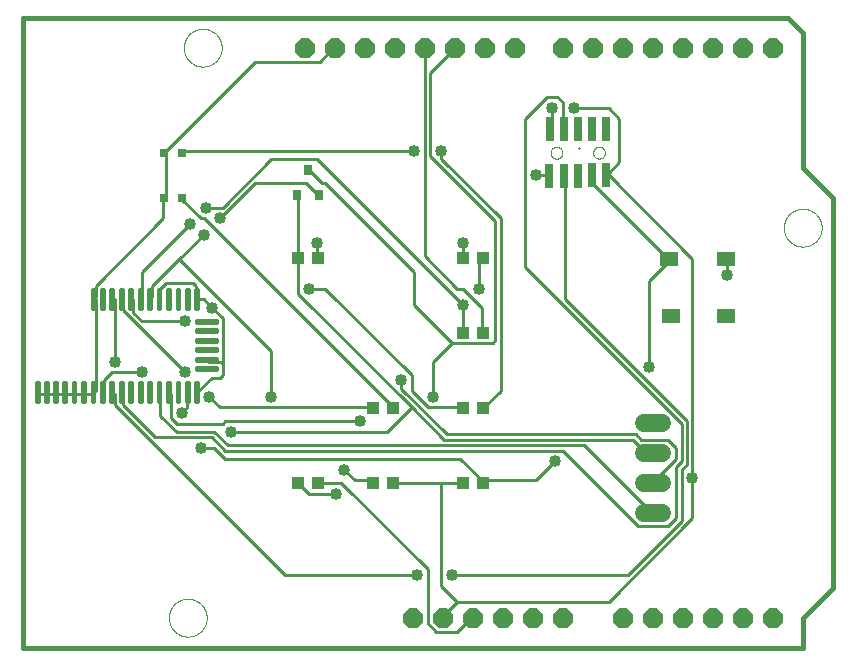
<source format=gtl>
G75*
%MOIN*%
%OFA0B0*%
%FSLAX25Y25*%
%IPPOS*%
%LPD*%
%AMOC8*
5,1,8,0,0,1.08239X$1,22.5*
%
%ADD10C,0.01600*%
%ADD11R,0.03150X0.03543*%
%ADD12R,0.04331X0.03937*%
%ADD13R,0.03150X0.03150*%
%ADD14R,0.02500X0.08000*%
%ADD15C,0.00000*%
%ADD16R,0.06102X0.04724*%
%ADD17C,0.01378*%
%ADD18OC8,0.06600*%
%ADD19C,0.06000*%
%ADD20C,0.01000*%
%ADD21C,0.04000*%
D10*
X0027000Y0005737D02*
X0027000Y0215737D01*
X0282000Y0215737D01*
X0287000Y0210737D01*
X0287000Y0165737D01*
X0297000Y0155737D01*
X0297000Y0025737D01*
X0287000Y0015737D01*
X0287000Y0005737D01*
X0027000Y0005737D01*
D11*
X0118260Y0156800D03*
X0125740Y0156800D03*
X0122000Y0165068D03*
D12*
X0118654Y0135737D03*
X0125346Y0135737D03*
X0173654Y0135737D03*
X0180346Y0135737D03*
X0180346Y0110737D03*
X0173654Y0110737D03*
X0173654Y0085737D03*
X0180346Y0085737D03*
X0150346Y0085737D03*
X0143654Y0085737D03*
X0143654Y0060737D03*
X0150346Y0060737D03*
X0173654Y0060737D03*
X0180346Y0060737D03*
X0125346Y0060737D03*
X0118654Y0060737D03*
D13*
X0079953Y0155737D03*
X0074047Y0155737D03*
X0074047Y0170737D03*
X0079953Y0170737D03*
D14*
X0202551Y0163060D03*
X0207276Y0163060D03*
X0212000Y0163060D03*
X0216724Y0163257D03*
X0221449Y0163257D03*
X0221449Y0178611D03*
X0216724Y0178611D03*
X0212000Y0178611D03*
X0207276Y0178611D03*
X0202748Y0178611D03*
D15*
X0027000Y0215737D02*
X0027000Y0005737D01*
X0287000Y0005737D01*
X0287000Y0015737D01*
X0297000Y0025737D01*
X0297000Y0154737D01*
X0287000Y0164737D01*
X0287000Y0209737D01*
X0281000Y0215737D01*
X0027000Y0215737D01*
X0080701Y0205737D02*
X0080703Y0205895D01*
X0080709Y0206053D01*
X0080719Y0206211D01*
X0080733Y0206369D01*
X0080751Y0206526D01*
X0080772Y0206683D01*
X0080798Y0206839D01*
X0080828Y0206995D01*
X0080861Y0207150D01*
X0080899Y0207303D01*
X0080940Y0207456D01*
X0080985Y0207608D01*
X0081034Y0207759D01*
X0081087Y0207908D01*
X0081143Y0208056D01*
X0081203Y0208202D01*
X0081267Y0208347D01*
X0081335Y0208490D01*
X0081406Y0208632D01*
X0081480Y0208772D01*
X0081558Y0208909D01*
X0081640Y0209045D01*
X0081724Y0209179D01*
X0081813Y0209310D01*
X0081904Y0209439D01*
X0081999Y0209566D01*
X0082096Y0209691D01*
X0082197Y0209813D01*
X0082301Y0209932D01*
X0082408Y0210049D01*
X0082518Y0210163D01*
X0082631Y0210274D01*
X0082746Y0210383D01*
X0082864Y0210488D01*
X0082985Y0210590D01*
X0083108Y0210690D01*
X0083234Y0210786D01*
X0083362Y0210879D01*
X0083492Y0210969D01*
X0083625Y0211055D01*
X0083760Y0211139D01*
X0083896Y0211218D01*
X0084035Y0211295D01*
X0084176Y0211367D01*
X0084318Y0211437D01*
X0084462Y0211502D01*
X0084608Y0211564D01*
X0084755Y0211622D01*
X0084904Y0211677D01*
X0085054Y0211728D01*
X0085205Y0211775D01*
X0085357Y0211818D01*
X0085510Y0211857D01*
X0085665Y0211893D01*
X0085820Y0211924D01*
X0085976Y0211952D01*
X0086132Y0211976D01*
X0086289Y0211996D01*
X0086447Y0212012D01*
X0086604Y0212024D01*
X0086763Y0212032D01*
X0086921Y0212036D01*
X0087079Y0212036D01*
X0087237Y0212032D01*
X0087396Y0212024D01*
X0087553Y0212012D01*
X0087711Y0211996D01*
X0087868Y0211976D01*
X0088024Y0211952D01*
X0088180Y0211924D01*
X0088335Y0211893D01*
X0088490Y0211857D01*
X0088643Y0211818D01*
X0088795Y0211775D01*
X0088946Y0211728D01*
X0089096Y0211677D01*
X0089245Y0211622D01*
X0089392Y0211564D01*
X0089538Y0211502D01*
X0089682Y0211437D01*
X0089824Y0211367D01*
X0089965Y0211295D01*
X0090104Y0211218D01*
X0090240Y0211139D01*
X0090375Y0211055D01*
X0090508Y0210969D01*
X0090638Y0210879D01*
X0090766Y0210786D01*
X0090892Y0210690D01*
X0091015Y0210590D01*
X0091136Y0210488D01*
X0091254Y0210383D01*
X0091369Y0210274D01*
X0091482Y0210163D01*
X0091592Y0210049D01*
X0091699Y0209932D01*
X0091803Y0209813D01*
X0091904Y0209691D01*
X0092001Y0209566D01*
X0092096Y0209439D01*
X0092187Y0209310D01*
X0092276Y0209179D01*
X0092360Y0209045D01*
X0092442Y0208909D01*
X0092520Y0208772D01*
X0092594Y0208632D01*
X0092665Y0208490D01*
X0092733Y0208347D01*
X0092797Y0208202D01*
X0092857Y0208056D01*
X0092913Y0207908D01*
X0092966Y0207759D01*
X0093015Y0207608D01*
X0093060Y0207456D01*
X0093101Y0207303D01*
X0093139Y0207150D01*
X0093172Y0206995D01*
X0093202Y0206839D01*
X0093228Y0206683D01*
X0093249Y0206526D01*
X0093267Y0206369D01*
X0093281Y0206211D01*
X0093291Y0206053D01*
X0093297Y0205895D01*
X0093299Y0205737D01*
X0093297Y0205579D01*
X0093291Y0205421D01*
X0093281Y0205263D01*
X0093267Y0205105D01*
X0093249Y0204948D01*
X0093228Y0204791D01*
X0093202Y0204635D01*
X0093172Y0204479D01*
X0093139Y0204324D01*
X0093101Y0204171D01*
X0093060Y0204018D01*
X0093015Y0203866D01*
X0092966Y0203715D01*
X0092913Y0203566D01*
X0092857Y0203418D01*
X0092797Y0203272D01*
X0092733Y0203127D01*
X0092665Y0202984D01*
X0092594Y0202842D01*
X0092520Y0202702D01*
X0092442Y0202565D01*
X0092360Y0202429D01*
X0092276Y0202295D01*
X0092187Y0202164D01*
X0092096Y0202035D01*
X0092001Y0201908D01*
X0091904Y0201783D01*
X0091803Y0201661D01*
X0091699Y0201542D01*
X0091592Y0201425D01*
X0091482Y0201311D01*
X0091369Y0201200D01*
X0091254Y0201091D01*
X0091136Y0200986D01*
X0091015Y0200884D01*
X0090892Y0200784D01*
X0090766Y0200688D01*
X0090638Y0200595D01*
X0090508Y0200505D01*
X0090375Y0200419D01*
X0090240Y0200335D01*
X0090104Y0200256D01*
X0089965Y0200179D01*
X0089824Y0200107D01*
X0089682Y0200037D01*
X0089538Y0199972D01*
X0089392Y0199910D01*
X0089245Y0199852D01*
X0089096Y0199797D01*
X0088946Y0199746D01*
X0088795Y0199699D01*
X0088643Y0199656D01*
X0088490Y0199617D01*
X0088335Y0199581D01*
X0088180Y0199550D01*
X0088024Y0199522D01*
X0087868Y0199498D01*
X0087711Y0199478D01*
X0087553Y0199462D01*
X0087396Y0199450D01*
X0087237Y0199442D01*
X0087079Y0199438D01*
X0086921Y0199438D01*
X0086763Y0199442D01*
X0086604Y0199450D01*
X0086447Y0199462D01*
X0086289Y0199478D01*
X0086132Y0199498D01*
X0085976Y0199522D01*
X0085820Y0199550D01*
X0085665Y0199581D01*
X0085510Y0199617D01*
X0085357Y0199656D01*
X0085205Y0199699D01*
X0085054Y0199746D01*
X0084904Y0199797D01*
X0084755Y0199852D01*
X0084608Y0199910D01*
X0084462Y0199972D01*
X0084318Y0200037D01*
X0084176Y0200107D01*
X0084035Y0200179D01*
X0083896Y0200256D01*
X0083760Y0200335D01*
X0083625Y0200419D01*
X0083492Y0200505D01*
X0083362Y0200595D01*
X0083234Y0200688D01*
X0083108Y0200784D01*
X0082985Y0200884D01*
X0082864Y0200986D01*
X0082746Y0201091D01*
X0082631Y0201200D01*
X0082518Y0201311D01*
X0082408Y0201425D01*
X0082301Y0201542D01*
X0082197Y0201661D01*
X0082096Y0201783D01*
X0081999Y0201908D01*
X0081904Y0202035D01*
X0081813Y0202164D01*
X0081724Y0202295D01*
X0081640Y0202429D01*
X0081558Y0202565D01*
X0081480Y0202702D01*
X0081406Y0202842D01*
X0081335Y0202984D01*
X0081267Y0203127D01*
X0081203Y0203272D01*
X0081143Y0203418D01*
X0081087Y0203566D01*
X0081034Y0203715D01*
X0080985Y0203866D01*
X0080940Y0204018D01*
X0080899Y0204171D01*
X0080861Y0204324D01*
X0080828Y0204479D01*
X0080798Y0204635D01*
X0080772Y0204791D01*
X0080751Y0204948D01*
X0080733Y0205105D01*
X0080719Y0205263D01*
X0080709Y0205421D01*
X0080703Y0205579D01*
X0080701Y0205737D01*
X0202944Y0170737D02*
X0202946Y0170825D01*
X0202952Y0170913D01*
X0202962Y0171001D01*
X0202976Y0171089D01*
X0202993Y0171175D01*
X0203015Y0171261D01*
X0203040Y0171345D01*
X0203070Y0171429D01*
X0203102Y0171511D01*
X0203139Y0171591D01*
X0203179Y0171670D01*
X0203223Y0171747D01*
X0203270Y0171822D01*
X0203320Y0171894D01*
X0203374Y0171965D01*
X0203430Y0172032D01*
X0203490Y0172098D01*
X0203552Y0172160D01*
X0203618Y0172220D01*
X0203685Y0172276D01*
X0203756Y0172330D01*
X0203828Y0172380D01*
X0203903Y0172427D01*
X0203980Y0172471D01*
X0204059Y0172511D01*
X0204139Y0172548D01*
X0204221Y0172580D01*
X0204305Y0172610D01*
X0204389Y0172635D01*
X0204475Y0172657D01*
X0204561Y0172674D01*
X0204649Y0172688D01*
X0204737Y0172698D01*
X0204825Y0172704D01*
X0204913Y0172706D01*
X0205001Y0172704D01*
X0205089Y0172698D01*
X0205177Y0172688D01*
X0205265Y0172674D01*
X0205351Y0172657D01*
X0205437Y0172635D01*
X0205521Y0172610D01*
X0205605Y0172580D01*
X0205687Y0172548D01*
X0205767Y0172511D01*
X0205846Y0172471D01*
X0205923Y0172427D01*
X0205998Y0172380D01*
X0206070Y0172330D01*
X0206141Y0172276D01*
X0206208Y0172220D01*
X0206274Y0172160D01*
X0206336Y0172098D01*
X0206396Y0172032D01*
X0206452Y0171965D01*
X0206506Y0171894D01*
X0206556Y0171822D01*
X0206603Y0171747D01*
X0206647Y0171670D01*
X0206687Y0171591D01*
X0206724Y0171511D01*
X0206756Y0171429D01*
X0206786Y0171345D01*
X0206811Y0171261D01*
X0206833Y0171175D01*
X0206850Y0171089D01*
X0206864Y0171001D01*
X0206874Y0170913D01*
X0206880Y0170825D01*
X0206882Y0170737D01*
X0206880Y0170649D01*
X0206874Y0170561D01*
X0206864Y0170473D01*
X0206850Y0170385D01*
X0206833Y0170299D01*
X0206811Y0170213D01*
X0206786Y0170129D01*
X0206756Y0170045D01*
X0206724Y0169963D01*
X0206687Y0169883D01*
X0206647Y0169804D01*
X0206603Y0169727D01*
X0206556Y0169652D01*
X0206506Y0169580D01*
X0206452Y0169509D01*
X0206396Y0169442D01*
X0206336Y0169376D01*
X0206274Y0169314D01*
X0206208Y0169254D01*
X0206141Y0169198D01*
X0206070Y0169144D01*
X0205998Y0169094D01*
X0205923Y0169047D01*
X0205846Y0169003D01*
X0205767Y0168963D01*
X0205687Y0168926D01*
X0205605Y0168894D01*
X0205521Y0168864D01*
X0205437Y0168839D01*
X0205351Y0168817D01*
X0205265Y0168800D01*
X0205177Y0168786D01*
X0205089Y0168776D01*
X0205001Y0168770D01*
X0204913Y0168768D01*
X0204825Y0168770D01*
X0204737Y0168776D01*
X0204649Y0168786D01*
X0204561Y0168800D01*
X0204475Y0168817D01*
X0204389Y0168839D01*
X0204305Y0168864D01*
X0204221Y0168894D01*
X0204139Y0168926D01*
X0204059Y0168963D01*
X0203980Y0169003D01*
X0203903Y0169047D01*
X0203828Y0169094D01*
X0203756Y0169144D01*
X0203685Y0169198D01*
X0203618Y0169254D01*
X0203552Y0169314D01*
X0203490Y0169376D01*
X0203430Y0169442D01*
X0203374Y0169509D01*
X0203320Y0169580D01*
X0203270Y0169652D01*
X0203223Y0169727D01*
X0203179Y0169804D01*
X0203139Y0169883D01*
X0203102Y0169963D01*
X0203070Y0170045D01*
X0203040Y0170129D01*
X0203015Y0170213D01*
X0202993Y0170299D01*
X0202976Y0170385D01*
X0202962Y0170473D01*
X0202952Y0170561D01*
X0202946Y0170649D01*
X0202944Y0170737D01*
X0217118Y0170737D02*
X0217120Y0170825D01*
X0217126Y0170913D01*
X0217136Y0171001D01*
X0217150Y0171089D01*
X0217167Y0171175D01*
X0217189Y0171261D01*
X0217214Y0171345D01*
X0217244Y0171429D01*
X0217276Y0171511D01*
X0217313Y0171591D01*
X0217353Y0171670D01*
X0217397Y0171747D01*
X0217444Y0171822D01*
X0217494Y0171894D01*
X0217548Y0171965D01*
X0217604Y0172032D01*
X0217664Y0172098D01*
X0217726Y0172160D01*
X0217792Y0172220D01*
X0217859Y0172276D01*
X0217930Y0172330D01*
X0218002Y0172380D01*
X0218077Y0172427D01*
X0218154Y0172471D01*
X0218233Y0172511D01*
X0218313Y0172548D01*
X0218395Y0172580D01*
X0218479Y0172610D01*
X0218563Y0172635D01*
X0218649Y0172657D01*
X0218735Y0172674D01*
X0218823Y0172688D01*
X0218911Y0172698D01*
X0218999Y0172704D01*
X0219087Y0172706D01*
X0219175Y0172704D01*
X0219263Y0172698D01*
X0219351Y0172688D01*
X0219439Y0172674D01*
X0219525Y0172657D01*
X0219611Y0172635D01*
X0219695Y0172610D01*
X0219779Y0172580D01*
X0219861Y0172548D01*
X0219941Y0172511D01*
X0220020Y0172471D01*
X0220097Y0172427D01*
X0220172Y0172380D01*
X0220244Y0172330D01*
X0220315Y0172276D01*
X0220382Y0172220D01*
X0220448Y0172160D01*
X0220510Y0172098D01*
X0220570Y0172032D01*
X0220626Y0171965D01*
X0220680Y0171894D01*
X0220730Y0171822D01*
X0220777Y0171747D01*
X0220821Y0171670D01*
X0220861Y0171591D01*
X0220898Y0171511D01*
X0220930Y0171429D01*
X0220960Y0171345D01*
X0220985Y0171261D01*
X0221007Y0171175D01*
X0221024Y0171089D01*
X0221038Y0171001D01*
X0221048Y0170913D01*
X0221054Y0170825D01*
X0221056Y0170737D01*
X0221054Y0170649D01*
X0221048Y0170561D01*
X0221038Y0170473D01*
X0221024Y0170385D01*
X0221007Y0170299D01*
X0220985Y0170213D01*
X0220960Y0170129D01*
X0220930Y0170045D01*
X0220898Y0169963D01*
X0220861Y0169883D01*
X0220821Y0169804D01*
X0220777Y0169727D01*
X0220730Y0169652D01*
X0220680Y0169580D01*
X0220626Y0169509D01*
X0220570Y0169442D01*
X0220510Y0169376D01*
X0220448Y0169314D01*
X0220382Y0169254D01*
X0220315Y0169198D01*
X0220244Y0169144D01*
X0220172Y0169094D01*
X0220097Y0169047D01*
X0220020Y0169003D01*
X0219941Y0168963D01*
X0219861Y0168926D01*
X0219779Y0168894D01*
X0219695Y0168864D01*
X0219611Y0168839D01*
X0219525Y0168817D01*
X0219439Y0168800D01*
X0219351Y0168786D01*
X0219263Y0168776D01*
X0219175Y0168770D01*
X0219087Y0168768D01*
X0218999Y0168770D01*
X0218911Y0168776D01*
X0218823Y0168786D01*
X0218735Y0168800D01*
X0218649Y0168817D01*
X0218563Y0168839D01*
X0218479Y0168864D01*
X0218395Y0168894D01*
X0218313Y0168926D01*
X0218233Y0168963D01*
X0218154Y0169003D01*
X0218077Y0169047D01*
X0218002Y0169094D01*
X0217930Y0169144D01*
X0217859Y0169198D01*
X0217792Y0169254D01*
X0217726Y0169314D01*
X0217664Y0169376D01*
X0217604Y0169442D01*
X0217548Y0169509D01*
X0217494Y0169580D01*
X0217444Y0169652D01*
X0217397Y0169727D01*
X0217353Y0169804D01*
X0217313Y0169883D01*
X0217276Y0169963D01*
X0217244Y0170045D01*
X0217214Y0170129D01*
X0217189Y0170213D01*
X0217167Y0170299D01*
X0217150Y0170385D01*
X0217136Y0170473D01*
X0217126Y0170561D01*
X0217120Y0170649D01*
X0217118Y0170737D01*
X0280701Y0145737D02*
X0280703Y0145895D01*
X0280709Y0146053D01*
X0280719Y0146211D01*
X0280733Y0146369D01*
X0280751Y0146526D01*
X0280772Y0146683D01*
X0280798Y0146839D01*
X0280828Y0146995D01*
X0280861Y0147150D01*
X0280899Y0147303D01*
X0280940Y0147456D01*
X0280985Y0147608D01*
X0281034Y0147759D01*
X0281087Y0147908D01*
X0281143Y0148056D01*
X0281203Y0148202D01*
X0281267Y0148347D01*
X0281335Y0148490D01*
X0281406Y0148632D01*
X0281480Y0148772D01*
X0281558Y0148909D01*
X0281640Y0149045D01*
X0281724Y0149179D01*
X0281813Y0149310D01*
X0281904Y0149439D01*
X0281999Y0149566D01*
X0282096Y0149691D01*
X0282197Y0149813D01*
X0282301Y0149932D01*
X0282408Y0150049D01*
X0282518Y0150163D01*
X0282631Y0150274D01*
X0282746Y0150383D01*
X0282864Y0150488D01*
X0282985Y0150590D01*
X0283108Y0150690D01*
X0283234Y0150786D01*
X0283362Y0150879D01*
X0283492Y0150969D01*
X0283625Y0151055D01*
X0283760Y0151139D01*
X0283896Y0151218D01*
X0284035Y0151295D01*
X0284176Y0151367D01*
X0284318Y0151437D01*
X0284462Y0151502D01*
X0284608Y0151564D01*
X0284755Y0151622D01*
X0284904Y0151677D01*
X0285054Y0151728D01*
X0285205Y0151775D01*
X0285357Y0151818D01*
X0285510Y0151857D01*
X0285665Y0151893D01*
X0285820Y0151924D01*
X0285976Y0151952D01*
X0286132Y0151976D01*
X0286289Y0151996D01*
X0286447Y0152012D01*
X0286604Y0152024D01*
X0286763Y0152032D01*
X0286921Y0152036D01*
X0287079Y0152036D01*
X0287237Y0152032D01*
X0287396Y0152024D01*
X0287553Y0152012D01*
X0287711Y0151996D01*
X0287868Y0151976D01*
X0288024Y0151952D01*
X0288180Y0151924D01*
X0288335Y0151893D01*
X0288490Y0151857D01*
X0288643Y0151818D01*
X0288795Y0151775D01*
X0288946Y0151728D01*
X0289096Y0151677D01*
X0289245Y0151622D01*
X0289392Y0151564D01*
X0289538Y0151502D01*
X0289682Y0151437D01*
X0289824Y0151367D01*
X0289965Y0151295D01*
X0290104Y0151218D01*
X0290240Y0151139D01*
X0290375Y0151055D01*
X0290508Y0150969D01*
X0290638Y0150879D01*
X0290766Y0150786D01*
X0290892Y0150690D01*
X0291015Y0150590D01*
X0291136Y0150488D01*
X0291254Y0150383D01*
X0291369Y0150274D01*
X0291482Y0150163D01*
X0291592Y0150049D01*
X0291699Y0149932D01*
X0291803Y0149813D01*
X0291904Y0149691D01*
X0292001Y0149566D01*
X0292096Y0149439D01*
X0292187Y0149310D01*
X0292276Y0149179D01*
X0292360Y0149045D01*
X0292442Y0148909D01*
X0292520Y0148772D01*
X0292594Y0148632D01*
X0292665Y0148490D01*
X0292733Y0148347D01*
X0292797Y0148202D01*
X0292857Y0148056D01*
X0292913Y0147908D01*
X0292966Y0147759D01*
X0293015Y0147608D01*
X0293060Y0147456D01*
X0293101Y0147303D01*
X0293139Y0147150D01*
X0293172Y0146995D01*
X0293202Y0146839D01*
X0293228Y0146683D01*
X0293249Y0146526D01*
X0293267Y0146369D01*
X0293281Y0146211D01*
X0293291Y0146053D01*
X0293297Y0145895D01*
X0293299Y0145737D01*
X0293297Y0145579D01*
X0293291Y0145421D01*
X0293281Y0145263D01*
X0293267Y0145105D01*
X0293249Y0144948D01*
X0293228Y0144791D01*
X0293202Y0144635D01*
X0293172Y0144479D01*
X0293139Y0144324D01*
X0293101Y0144171D01*
X0293060Y0144018D01*
X0293015Y0143866D01*
X0292966Y0143715D01*
X0292913Y0143566D01*
X0292857Y0143418D01*
X0292797Y0143272D01*
X0292733Y0143127D01*
X0292665Y0142984D01*
X0292594Y0142842D01*
X0292520Y0142702D01*
X0292442Y0142565D01*
X0292360Y0142429D01*
X0292276Y0142295D01*
X0292187Y0142164D01*
X0292096Y0142035D01*
X0292001Y0141908D01*
X0291904Y0141783D01*
X0291803Y0141661D01*
X0291699Y0141542D01*
X0291592Y0141425D01*
X0291482Y0141311D01*
X0291369Y0141200D01*
X0291254Y0141091D01*
X0291136Y0140986D01*
X0291015Y0140884D01*
X0290892Y0140784D01*
X0290766Y0140688D01*
X0290638Y0140595D01*
X0290508Y0140505D01*
X0290375Y0140419D01*
X0290240Y0140335D01*
X0290104Y0140256D01*
X0289965Y0140179D01*
X0289824Y0140107D01*
X0289682Y0140037D01*
X0289538Y0139972D01*
X0289392Y0139910D01*
X0289245Y0139852D01*
X0289096Y0139797D01*
X0288946Y0139746D01*
X0288795Y0139699D01*
X0288643Y0139656D01*
X0288490Y0139617D01*
X0288335Y0139581D01*
X0288180Y0139550D01*
X0288024Y0139522D01*
X0287868Y0139498D01*
X0287711Y0139478D01*
X0287553Y0139462D01*
X0287396Y0139450D01*
X0287237Y0139442D01*
X0287079Y0139438D01*
X0286921Y0139438D01*
X0286763Y0139442D01*
X0286604Y0139450D01*
X0286447Y0139462D01*
X0286289Y0139478D01*
X0286132Y0139498D01*
X0285976Y0139522D01*
X0285820Y0139550D01*
X0285665Y0139581D01*
X0285510Y0139617D01*
X0285357Y0139656D01*
X0285205Y0139699D01*
X0285054Y0139746D01*
X0284904Y0139797D01*
X0284755Y0139852D01*
X0284608Y0139910D01*
X0284462Y0139972D01*
X0284318Y0140037D01*
X0284176Y0140107D01*
X0284035Y0140179D01*
X0283896Y0140256D01*
X0283760Y0140335D01*
X0283625Y0140419D01*
X0283492Y0140505D01*
X0283362Y0140595D01*
X0283234Y0140688D01*
X0283108Y0140784D01*
X0282985Y0140884D01*
X0282864Y0140986D01*
X0282746Y0141091D01*
X0282631Y0141200D01*
X0282518Y0141311D01*
X0282408Y0141425D01*
X0282301Y0141542D01*
X0282197Y0141661D01*
X0282096Y0141783D01*
X0281999Y0141908D01*
X0281904Y0142035D01*
X0281813Y0142164D01*
X0281724Y0142295D01*
X0281640Y0142429D01*
X0281558Y0142565D01*
X0281480Y0142702D01*
X0281406Y0142842D01*
X0281335Y0142984D01*
X0281267Y0143127D01*
X0281203Y0143272D01*
X0281143Y0143418D01*
X0281087Y0143566D01*
X0281034Y0143715D01*
X0280985Y0143866D01*
X0280940Y0144018D01*
X0280899Y0144171D01*
X0280861Y0144324D01*
X0280828Y0144479D01*
X0280798Y0144635D01*
X0280772Y0144791D01*
X0280751Y0144948D01*
X0280733Y0145105D01*
X0280719Y0145263D01*
X0280709Y0145421D01*
X0280703Y0145579D01*
X0280701Y0145737D01*
X0075701Y0015737D02*
X0075703Y0015895D01*
X0075709Y0016053D01*
X0075719Y0016211D01*
X0075733Y0016369D01*
X0075751Y0016526D01*
X0075772Y0016683D01*
X0075798Y0016839D01*
X0075828Y0016995D01*
X0075861Y0017150D01*
X0075899Y0017303D01*
X0075940Y0017456D01*
X0075985Y0017608D01*
X0076034Y0017759D01*
X0076087Y0017908D01*
X0076143Y0018056D01*
X0076203Y0018202D01*
X0076267Y0018347D01*
X0076335Y0018490D01*
X0076406Y0018632D01*
X0076480Y0018772D01*
X0076558Y0018909D01*
X0076640Y0019045D01*
X0076724Y0019179D01*
X0076813Y0019310D01*
X0076904Y0019439D01*
X0076999Y0019566D01*
X0077096Y0019691D01*
X0077197Y0019813D01*
X0077301Y0019932D01*
X0077408Y0020049D01*
X0077518Y0020163D01*
X0077631Y0020274D01*
X0077746Y0020383D01*
X0077864Y0020488D01*
X0077985Y0020590D01*
X0078108Y0020690D01*
X0078234Y0020786D01*
X0078362Y0020879D01*
X0078492Y0020969D01*
X0078625Y0021055D01*
X0078760Y0021139D01*
X0078896Y0021218D01*
X0079035Y0021295D01*
X0079176Y0021367D01*
X0079318Y0021437D01*
X0079462Y0021502D01*
X0079608Y0021564D01*
X0079755Y0021622D01*
X0079904Y0021677D01*
X0080054Y0021728D01*
X0080205Y0021775D01*
X0080357Y0021818D01*
X0080510Y0021857D01*
X0080665Y0021893D01*
X0080820Y0021924D01*
X0080976Y0021952D01*
X0081132Y0021976D01*
X0081289Y0021996D01*
X0081447Y0022012D01*
X0081604Y0022024D01*
X0081763Y0022032D01*
X0081921Y0022036D01*
X0082079Y0022036D01*
X0082237Y0022032D01*
X0082396Y0022024D01*
X0082553Y0022012D01*
X0082711Y0021996D01*
X0082868Y0021976D01*
X0083024Y0021952D01*
X0083180Y0021924D01*
X0083335Y0021893D01*
X0083490Y0021857D01*
X0083643Y0021818D01*
X0083795Y0021775D01*
X0083946Y0021728D01*
X0084096Y0021677D01*
X0084245Y0021622D01*
X0084392Y0021564D01*
X0084538Y0021502D01*
X0084682Y0021437D01*
X0084824Y0021367D01*
X0084965Y0021295D01*
X0085104Y0021218D01*
X0085240Y0021139D01*
X0085375Y0021055D01*
X0085508Y0020969D01*
X0085638Y0020879D01*
X0085766Y0020786D01*
X0085892Y0020690D01*
X0086015Y0020590D01*
X0086136Y0020488D01*
X0086254Y0020383D01*
X0086369Y0020274D01*
X0086482Y0020163D01*
X0086592Y0020049D01*
X0086699Y0019932D01*
X0086803Y0019813D01*
X0086904Y0019691D01*
X0087001Y0019566D01*
X0087096Y0019439D01*
X0087187Y0019310D01*
X0087276Y0019179D01*
X0087360Y0019045D01*
X0087442Y0018909D01*
X0087520Y0018772D01*
X0087594Y0018632D01*
X0087665Y0018490D01*
X0087733Y0018347D01*
X0087797Y0018202D01*
X0087857Y0018056D01*
X0087913Y0017908D01*
X0087966Y0017759D01*
X0088015Y0017608D01*
X0088060Y0017456D01*
X0088101Y0017303D01*
X0088139Y0017150D01*
X0088172Y0016995D01*
X0088202Y0016839D01*
X0088228Y0016683D01*
X0088249Y0016526D01*
X0088267Y0016369D01*
X0088281Y0016211D01*
X0088291Y0016053D01*
X0088297Y0015895D01*
X0088299Y0015737D01*
X0088297Y0015579D01*
X0088291Y0015421D01*
X0088281Y0015263D01*
X0088267Y0015105D01*
X0088249Y0014948D01*
X0088228Y0014791D01*
X0088202Y0014635D01*
X0088172Y0014479D01*
X0088139Y0014324D01*
X0088101Y0014171D01*
X0088060Y0014018D01*
X0088015Y0013866D01*
X0087966Y0013715D01*
X0087913Y0013566D01*
X0087857Y0013418D01*
X0087797Y0013272D01*
X0087733Y0013127D01*
X0087665Y0012984D01*
X0087594Y0012842D01*
X0087520Y0012702D01*
X0087442Y0012565D01*
X0087360Y0012429D01*
X0087276Y0012295D01*
X0087187Y0012164D01*
X0087096Y0012035D01*
X0087001Y0011908D01*
X0086904Y0011783D01*
X0086803Y0011661D01*
X0086699Y0011542D01*
X0086592Y0011425D01*
X0086482Y0011311D01*
X0086369Y0011200D01*
X0086254Y0011091D01*
X0086136Y0010986D01*
X0086015Y0010884D01*
X0085892Y0010784D01*
X0085766Y0010688D01*
X0085638Y0010595D01*
X0085508Y0010505D01*
X0085375Y0010419D01*
X0085240Y0010335D01*
X0085104Y0010256D01*
X0084965Y0010179D01*
X0084824Y0010107D01*
X0084682Y0010037D01*
X0084538Y0009972D01*
X0084392Y0009910D01*
X0084245Y0009852D01*
X0084096Y0009797D01*
X0083946Y0009746D01*
X0083795Y0009699D01*
X0083643Y0009656D01*
X0083490Y0009617D01*
X0083335Y0009581D01*
X0083180Y0009550D01*
X0083024Y0009522D01*
X0082868Y0009498D01*
X0082711Y0009478D01*
X0082553Y0009462D01*
X0082396Y0009450D01*
X0082237Y0009442D01*
X0082079Y0009438D01*
X0081921Y0009438D01*
X0081763Y0009442D01*
X0081604Y0009450D01*
X0081447Y0009462D01*
X0081289Y0009478D01*
X0081132Y0009498D01*
X0080976Y0009522D01*
X0080820Y0009550D01*
X0080665Y0009581D01*
X0080510Y0009617D01*
X0080357Y0009656D01*
X0080205Y0009699D01*
X0080054Y0009746D01*
X0079904Y0009797D01*
X0079755Y0009852D01*
X0079608Y0009910D01*
X0079462Y0009972D01*
X0079318Y0010037D01*
X0079176Y0010107D01*
X0079035Y0010179D01*
X0078896Y0010256D01*
X0078760Y0010335D01*
X0078625Y0010419D01*
X0078492Y0010505D01*
X0078362Y0010595D01*
X0078234Y0010688D01*
X0078108Y0010784D01*
X0077985Y0010884D01*
X0077864Y0010986D01*
X0077746Y0011091D01*
X0077631Y0011200D01*
X0077518Y0011311D01*
X0077408Y0011425D01*
X0077301Y0011542D01*
X0077197Y0011661D01*
X0077096Y0011783D01*
X0076999Y0011908D01*
X0076904Y0012035D01*
X0076813Y0012164D01*
X0076724Y0012295D01*
X0076640Y0012429D01*
X0076558Y0012565D01*
X0076480Y0012702D01*
X0076406Y0012842D01*
X0076335Y0012984D01*
X0076267Y0013127D01*
X0076203Y0013272D01*
X0076143Y0013418D01*
X0076087Y0013566D01*
X0076034Y0013715D01*
X0075985Y0013866D01*
X0075940Y0014018D01*
X0075899Y0014171D01*
X0075861Y0014324D01*
X0075828Y0014479D01*
X0075798Y0014635D01*
X0075772Y0014791D01*
X0075751Y0014948D01*
X0075733Y0015105D01*
X0075719Y0015263D01*
X0075709Y0015421D01*
X0075703Y0015579D01*
X0075701Y0015737D01*
D16*
X0242945Y0116288D03*
X0261449Y0116288D03*
X0261449Y0135186D03*
X0242551Y0135186D03*
D17*
X0091587Y0114654D02*
X0085091Y0114654D01*
X0091587Y0114654D02*
X0091587Y0114064D01*
X0085091Y0114064D01*
X0085091Y0114654D01*
X0085091Y0111504D02*
X0091587Y0111504D01*
X0091587Y0110914D01*
X0085091Y0110914D01*
X0085091Y0111504D01*
X0085091Y0108355D02*
X0091587Y0108355D01*
X0091587Y0107765D01*
X0085091Y0107765D01*
X0085091Y0108355D01*
X0085091Y0105205D02*
X0091587Y0105205D01*
X0091587Y0104615D01*
X0085091Y0104615D01*
X0085091Y0105205D01*
X0085091Y0102056D02*
X0091587Y0102056D01*
X0091587Y0101466D01*
X0085091Y0101466D01*
X0085091Y0102056D01*
X0085091Y0098906D02*
X0091587Y0098906D01*
X0091587Y0098316D01*
X0085091Y0098316D01*
X0085091Y0098906D01*
X0085484Y0093985D02*
X0085484Y0087489D01*
X0084894Y0087489D01*
X0084894Y0093985D01*
X0085484Y0093985D01*
X0085484Y0088866D02*
X0084894Y0088866D01*
X0084894Y0090243D02*
X0085484Y0090243D01*
X0085484Y0091620D02*
X0084894Y0091620D01*
X0084894Y0092997D02*
X0085484Y0092997D01*
X0082334Y0093985D02*
X0082334Y0087489D01*
X0081744Y0087489D01*
X0081744Y0093985D01*
X0082334Y0093985D01*
X0082334Y0088866D02*
X0081744Y0088866D01*
X0081744Y0090243D02*
X0082334Y0090243D01*
X0082334Y0091620D02*
X0081744Y0091620D01*
X0081744Y0092997D02*
X0082334Y0092997D01*
X0079185Y0093985D02*
X0079185Y0087489D01*
X0078595Y0087489D01*
X0078595Y0093985D01*
X0079185Y0093985D01*
X0079185Y0088866D02*
X0078595Y0088866D01*
X0078595Y0090243D02*
X0079185Y0090243D01*
X0079185Y0091620D02*
X0078595Y0091620D01*
X0078595Y0092997D02*
X0079185Y0092997D01*
X0076035Y0093985D02*
X0076035Y0087489D01*
X0075445Y0087489D01*
X0075445Y0093985D01*
X0076035Y0093985D01*
X0076035Y0088866D02*
X0075445Y0088866D01*
X0075445Y0090243D02*
X0076035Y0090243D01*
X0076035Y0091620D02*
X0075445Y0091620D01*
X0075445Y0092997D02*
X0076035Y0092997D01*
X0072886Y0093985D02*
X0072886Y0087489D01*
X0072296Y0087489D01*
X0072296Y0093985D01*
X0072886Y0093985D01*
X0072886Y0088866D02*
X0072296Y0088866D01*
X0072296Y0090243D02*
X0072886Y0090243D01*
X0072886Y0091620D02*
X0072296Y0091620D01*
X0072296Y0092997D02*
X0072886Y0092997D01*
X0069736Y0093985D02*
X0069736Y0087489D01*
X0069146Y0087489D01*
X0069146Y0093985D01*
X0069736Y0093985D01*
X0069736Y0088866D02*
X0069146Y0088866D01*
X0069146Y0090243D02*
X0069736Y0090243D01*
X0069736Y0091620D02*
X0069146Y0091620D01*
X0069146Y0092997D02*
X0069736Y0092997D01*
X0066586Y0093985D02*
X0066586Y0087489D01*
X0065996Y0087489D01*
X0065996Y0093985D01*
X0066586Y0093985D01*
X0066586Y0088866D02*
X0065996Y0088866D01*
X0065996Y0090243D02*
X0066586Y0090243D01*
X0066586Y0091620D02*
X0065996Y0091620D01*
X0065996Y0092997D02*
X0066586Y0092997D01*
X0063437Y0093985D02*
X0063437Y0087489D01*
X0062847Y0087489D01*
X0062847Y0093985D01*
X0063437Y0093985D01*
X0063437Y0088866D02*
X0062847Y0088866D01*
X0062847Y0090243D02*
X0063437Y0090243D01*
X0063437Y0091620D02*
X0062847Y0091620D01*
X0062847Y0092997D02*
X0063437Y0092997D01*
X0060287Y0093985D02*
X0060287Y0087489D01*
X0059697Y0087489D01*
X0059697Y0093985D01*
X0060287Y0093985D01*
X0060287Y0088866D02*
X0059697Y0088866D01*
X0059697Y0090243D02*
X0060287Y0090243D01*
X0060287Y0091620D02*
X0059697Y0091620D01*
X0059697Y0092997D02*
X0060287Y0092997D01*
X0057138Y0093985D02*
X0057138Y0087489D01*
X0056548Y0087489D01*
X0056548Y0093985D01*
X0057138Y0093985D01*
X0057138Y0088866D02*
X0056548Y0088866D01*
X0056548Y0090243D02*
X0057138Y0090243D01*
X0057138Y0091620D02*
X0056548Y0091620D01*
X0056548Y0092997D02*
X0057138Y0092997D01*
X0053988Y0093985D02*
X0053988Y0087489D01*
X0053398Y0087489D01*
X0053398Y0093985D01*
X0053988Y0093985D01*
X0053988Y0088866D02*
X0053398Y0088866D01*
X0053398Y0090243D02*
X0053988Y0090243D01*
X0053988Y0091620D02*
X0053398Y0091620D01*
X0053398Y0092997D02*
X0053988Y0092997D01*
X0050838Y0093985D02*
X0050838Y0087489D01*
X0050248Y0087489D01*
X0050248Y0093985D01*
X0050838Y0093985D01*
X0050838Y0088866D02*
X0050248Y0088866D01*
X0050248Y0090243D02*
X0050838Y0090243D01*
X0050838Y0091620D02*
X0050248Y0091620D01*
X0050248Y0092997D02*
X0050838Y0092997D01*
X0047689Y0093985D02*
X0047689Y0087489D01*
X0047099Y0087489D01*
X0047099Y0093985D01*
X0047689Y0093985D01*
X0047689Y0088866D02*
X0047099Y0088866D01*
X0047099Y0090243D02*
X0047689Y0090243D01*
X0047689Y0091620D02*
X0047099Y0091620D01*
X0047099Y0092997D02*
X0047689Y0092997D01*
X0044539Y0093985D02*
X0044539Y0087489D01*
X0043949Y0087489D01*
X0043949Y0093985D01*
X0044539Y0093985D01*
X0044539Y0088866D02*
X0043949Y0088866D01*
X0043949Y0090243D02*
X0044539Y0090243D01*
X0044539Y0091620D02*
X0043949Y0091620D01*
X0043949Y0092997D02*
X0044539Y0092997D01*
X0041389Y0093985D02*
X0041389Y0087489D01*
X0040799Y0087489D01*
X0040799Y0093985D01*
X0041389Y0093985D01*
X0041389Y0088866D02*
X0040799Y0088866D01*
X0040799Y0090243D02*
X0041389Y0090243D01*
X0041389Y0091620D02*
X0040799Y0091620D01*
X0040799Y0092997D02*
X0041389Y0092997D01*
X0038358Y0093985D02*
X0038358Y0087489D01*
X0037768Y0087489D01*
X0037768Y0093985D01*
X0038358Y0093985D01*
X0038358Y0088866D02*
X0037768Y0088866D01*
X0037768Y0090243D02*
X0038358Y0090243D01*
X0038358Y0091620D02*
X0037768Y0091620D01*
X0037768Y0092997D02*
X0038358Y0092997D01*
X0035326Y0093985D02*
X0035326Y0087489D01*
X0034736Y0087489D01*
X0034736Y0093985D01*
X0035326Y0093985D01*
X0035326Y0088866D02*
X0034736Y0088866D01*
X0034736Y0090243D02*
X0035326Y0090243D01*
X0035326Y0091620D02*
X0034736Y0091620D01*
X0034736Y0092997D02*
X0035326Y0092997D01*
X0032295Y0093985D02*
X0032295Y0087489D01*
X0031705Y0087489D01*
X0031705Y0093985D01*
X0032295Y0093985D01*
X0032295Y0088866D02*
X0031705Y0088866D01*
X0031705Y0090243D02*
X0032295Y0090243D01*
X0032295Y0091620D02*
X0031705Y0091620D01*
X0031705Y0092997D02*
X0032295Y0092997D01*
X0050838Y0118591D02*
X0050838Y0125087D01*
X0050838Y0118591D02*
X0050248Y0118591D01*
X0050248Y0125087D01*
X0050838Y0125087D01*
X0050838Y0119968D02*
X0050248Y0119968D01*
X0050248Y0121345D02*
X0050838Y0121345D01*
X0050838Y0122722D02*
X0050248Y0122722D01*
X0050248Y0124099D02*
X0050838Y0124099D01*
X0053988Y0125087D02*
X0053988Y0118591D01*
X0053398Y0118591D01*
X0053398Y0125087D01*
X0053988Y0125087D01*
X0053988Y0119968D02*
X0053398Y0119968D01*
X0053398Y0121345D02*
X0053988Y0121345D01*
X0053988Y0122722D02*
X0053398Y0122722D01*
X0053398Y0124099D02*
X0053988Y0124099D01*
X0057138Y0125087D02*
X0057138Y0118591D01*
X0056548Y0118591D01*
X0056548Y0125087D01*
X0057138Y0125087D01*
X0057138Y0119968D02*
X0056548Y0119968D01*
X0056548Y0121345D02*
X0057138Y0121345D01*
X0057138Y0122722D02*
X0056548Y0122722D01*
X0056548Y0124099D02*
X0057138Y0124099D01*
X0060287Y0125087D02*
X0060287Y0118591D01*
X0059697Y0118591D01*
X0059697Y0125087D01*
X0060287Y0125087D01*
X0060287Y0119968D02*
X0059697Y0119968D01*
X0059697Y0121345D02*
X0060287Y0121345D01*
X0060287Y0122722D02*
X0059697Y0122722D01*
X0059697Y0124099D02*
X0060287Y0124099D01*
X0063437Y0125087D02*
X0063437Y0118591D01*
X0062847Y0118591D01*
X0062847Y0125087D01*
X0063437Y0125087D01*
X0063437Y0119968D02*
X0062847Y0119968D01*
X0062847Y0121345D02*
X0063437Y0121345D01*
X0063437Y0122722D02*
X0062847Y0122722D01*
X0062847Y0124099D02*
X0063437Y0124099D01*
X0066586Y0125087D02*
X0066586Y0118591D01*
X0065996Y0118591D01*
X0065996Y0125087D01*
X0066586Y0125087D01*
X0066586Y0119968D02*
X0065996Y0119968D01*
X0065996Y0121345D02*
X0066586Y0121345D01*
X0066586Y0122722D02*
X0065996Y0122722D01*
X0065996Y0124099D02*
X0066586Y0124099D01*
X0069736Y0125087D02*
X0069736Y0118591D01*
X0069146Y0118591D01*
X0069146Y0125087D01*
X0069736Y0125087D01*
X0069736Y0119968D02*
X0069146Y0119968D01*
X0069146Y0121345D02*
X0069736Y0121345D01*
X0069736Y0122722D02*
X0069146Y0122722D01*
X0069146Y0124099D02*
X0069736Y0124099D01*
X0072886Y0125087D02*
X0072886Y0118591D01*
X0072296Y0118591D01*
X0072296Y0125087D01*
X0072886Y0125087D01*
X0072886Y0119968D02*
X0072296Y0119968D01*
X0072296Y0121345D02*
X0072886Y0121345D01*
X0072886Y0122722D02*
X0072296Y0122722D01*
X0072296Y0124099D02*
X0072886Y0124099D01*
X0076035Y0125087D02*
X0076035Y0118591D01*
X0075445Y0118591D01*
X0075445Y0125087D01*
X0076035Y0125087D01*
X0076035Y0119968D02*
X0075445Y0119968D01*
X0075445Y0121345D02*
X0076035Y0121345D01*
X0076035Y0122722D02*
X0075445Y0122722D01*
X0075445Y0124099D02*
X0076035Y0124099D01*
X0079185Y0125087D02*
X0079185Y0118591D01*
X0078595Y0118591D01*
X0078595Y0125087D01*
X0079185Y0125087D01*
X0079185Y0119968D02*
X0078595Y0119968D01*
X0078595Y0121345D02*
X0079185Y0121345D01*
X0079185Y0122722D02*
X0078595Y0122722D01*
X0078595Y0124099D02*
X0079185Y0124099D01*
X0082334Y0125087D02*
X0082334Y0118591D01*
X0081744Y0118591D01*
X0081744Y0125087D01*
X0082334Y0125087D01*
X0082334Y0119968D02*
X0081744Y0119968D01*
X0081744Y0121345D02*
X0082334Y0121345D01*
X0082334Y0122722D02*
X0081744Y0122722D01*
X0081744Y0124099D02*
X0082334Y0124099D01*
X0085484Y0125087D02*
X0085484Y0118591D01*
X0084894Y0118591D01*
X0084894Y0125087D01*
X0085484Y0125087D01*
X0085484Y0119968D02*
X0084894Y0119968D01*
X0084894Y0121345D02*
X0085484Y0121345D01*
X0085484Y0122722D02*
X0084894Y0122722D01*
X0084894Y0124099D02*
X0085484Y0124099D01*
D18*
X0121000Y0205737D03*
X0131000Y0205737D03*
X0141000Y0205737D03*
X0151000Y0205737D03*
X0161000Y0205737D03*
X0171000Y0205737D03*
X0181000Y0205737D03*
X0191000Y0205737D03*
X0207000Y0205737D03*
X0217000Y0205737D03*
X0227000Y0205737D03*
X0237000Y0205737D03*
X0247000Y0205737D03*
X0257000Y0205737D03*
X0267000Y0205737D03*
X0277000Y0205737D03*
X0277000Y0015737D03*
X0267000Y0015737D03*
X0257000Y0015737D03*
X0247000Y0015737D03*
X0237000Y0015737D03*
X0227000Y0015737D03*
X0207000Y0015737D03*
X0197000Y0015737D03*
X0187000Y0015737D03*
X0177000Y0015737D03*
X0167000Y0015737D03*
X0157000Y0015737D03*
D19*
X0234000Y0050737D02*
X0240000Y0050737D01*
X0240000Y0060737D02*
X0234000Y0060737D01*
X0234000Y0070737D02*
X0240000Y0070737D01*
X0240000Y0080737D02*
X0234000Y0080737D01*
D20*
X0231300Y0076837D02*
X0233100Y0075037D01*
X0242100Y0075037D01*
X0244800Y0072337D01*
X0244800Y0068737D01*
X0237600Y0061537D01*
X0237000Y0060737D01*
X0244800Y0066037D02*
X0246600Y0067837D01*
X0246600Y0080437D01*
X0194400Y0132637D01*
X0194400Y0182137D01*
X0201600Y0189337D01*
X0205200Y0189337D01*
X0207000Y0187537D01*
X0207000Y0179437D01*
X0207276Y0178611D01*
X0203400Y0179437D02*
X0202748Y0178611D01*
X0203400Y0179437D02*
X0203400Y0185737D01*
X0210600Y0185737D02*
X0222300Y0185737D01*
X0225900Y0182137D01*
X0225900Y0167737D01*
X0222300Y0164137D01*
X0221449Y0163257D01*
X0222300Y0163237D01*
X0250200Y0135337D01*
X0250200Y0062437D01*
X0250200Y0048937D01*
X0222300Y0021037D01*
X0171900Y0021037D01*
X0166500Y0026437D01*
X0166500Y0060637D01*
X0151200Y0060637D01*
X0150346Y0060737D01*
X0143654Y0060737D02*
X0143100Y0061537D01*
X0137700Y0061537D01*
X0134100Y0065137D01*
X0133200Y0060637D02*
X0162000Y0031837D01*
X0162000Y0013837D01*
X0164700Y0011137D01*
X0171900Y0011137D01*
X0176400Y0015637D01*
X0177000Y0015737D01*
X0171900Y0021037D02*
X0167400Y0016537D01*
X0167000Y0015737D01*
X0170100Y0030037D02*
X0228600Y0030037D01*
X0246600Y0048037D01*
X0246600Y0065137D01*
X0248400Y0066937D01*
X0248400Y0081337D01*
X0207900Y0121837D01*
X0207900Y0162337D01*
X0207276Y0163060D01*
X0202551Y0163060D02*
X0202500Y0163237D01*
X0198000Y0163237D01*
X0212384Y0172243D02*
X0212400Y0172237D01*
X0216724Y0163257D02*
X0216900Y0163237D01*
X0216900Y0160537D01*
X0242100Y0135337D01*
X0242551Y0135186D01*
X0242100Y0134437D01*
X0235800Y0128137D01*
X0235800Y0099337D01*
X0231300Y0076837D02*
X0168300Y0076837D01*
X0153000Y0092137D01*
X0153000Y0094837D01*
X0156600Y0096637D02*
X0156600Y0091237D01*
X0162000Y0085837D01*
X0172800Y0085837D01*
X0173654Y0085737D01*
X0180346Y0085737D02*
X0180900Y0085837D01*
X0186300Y0091237D01*
X0186300Y0148837D01*
X0166500Y0168637D01*
X0166500Y0171337D01*
X0162900Y0169537D02*
X0162900Y0197437D01*
X0171000Y0205537D01*
X0171000Y0205737D01*
X0161100Y0205537D02*
X0161000Y0205737D01*
X0161100Y0205537D02*
X0161100Y0136237D01*
X0171900Y0125437D01*
X0173700Y0125437D01*
X0180000Y0119137D01*
X0180000Y0111037D01*
X0180346Y0110737D01*
X0183600Y0107437D02*
X0184500Y0108337D01*
X0184500Y0147937D01*
X0162900Y0169537D01*
X0157500Y0171337D02*
X0080100Y0171337D01*
X0079953Y0170737D01*
X0074700Y0170437D02*
X0074047Y0170737D01*
X0074700Y0171337D01*
X0104400Y0201037D01*
X0126000Y0201037D01*
X0130500Y0205537D01*
X0131000Y0205737D01*
X0125100Y0168637D02*
X0109800Y0168637D01*
X0093600Y0152437D01*
X0088200Y0152437D01*
X0087300Y0148837D02*
X0086400Y0148837D01*
X0080100Y0155137D01*
X0079953Y0155737D01*
X0074700Y0156037D02*
X0074047Y0155737D01*
X0073800Y0155137D01*
X0073800Y0148837D01*
X0051300Y0126337D01*
X0051300Y0122737D01*
X0050543Y0121839D01*
X0051300Y0121837D01*
X0051300Y0091237D01*
X0050543Y0090737D01*
X0050400Y0090337D01*
X0047700Y0090337D01*
X0047394Y0090737D01*
X0046800Y0090337D01*
X0045000Y0090337D01*
X0044244Y0090737D01*
X0044100Y0090337D01*
X0041400Y0090337D01*
X0041094Y0090737D01*
X0040500Y0090337D01*
X0038700Y0090337D01*
X0038063Y0090737D01*
X0037800Y0090337D01*
X0035100Y0090337D01*
X0035031Y0090737D01*
X0034200Y0090337D01*
X0032400Y0090337D01*
X0032000Y0090737D01*
X0053693Y0090737D02*
X0054000Y0091237D01*
X0054000Y0094837D01*
X0056700Y0097537D01*
X0066600Y0097537D01*
X0072591Y0090737D02*
X0072900Y0090337D01*
X0072900Y0083137D01*
X0078300Y0077737D01*
X0090900Y0077737D01*
X0095400Y0073237D01*
X0214200Y0073237D01*
X0236700Y0050737D01*
X0237000Y0050737D01*
X0232200Y0046237D02*
X0242100Y0046237D01*
X0244800Y0048937D01*
X0244800Y0066037D01*
X0237000Y0070737D02*
X0236700Y0071437D01*
X0234000Y0071437D01*
X0230400Y0075037D01*
X0167400Y0075037D01*
X0156600Y0085837D01*
X0148500Y0077737D01*
X0096300Y0077737D01*
X0093600Y0080437D02*
X0094500Y0081337D01*
X0139500Y0081337D01*
X0143100Y0085837D02*
X0143654Y0085737D01*
X0143100Y0085837D02*
X0092700Y0085837D01*
X0089100Y0089437D01*
X0085500Y0091237D02*
X0085189Y0090737D01*
X0085500Y0091237D02*
X0090000Y0095737D01*
X0092700Y0095737D01*
X0093600Y0096637D01*
X0093600Y0100237D01*
X0093600Y0115537D01*
X0090000Y0119137D01*
X0087300Y0121837D01*
X0085500Y0121837D01*
X0085189Y0121839D01*
X0084600Y0122737D01*
X0084600Y0126337D01*
X0083700Y0127237D01*
X0074700Y0127237D01*
X0072900Y0125437D01*
X0072900Y0122737D01*
X0072591Y0121839D01*
X0070200Y0122737D02*
X0069441Y0121839D01*
X0070200Y0122737D02*
X0070200Y0126337D01*
X0079200Y0135337D01*
X0109800Y0104737D01*
X0109800Y0089437D01*
X0093600Y0080437D02*
X0078300Y0080437D01*
X0076500Y0082237D01*
X0076500Y0090337D01*
X0075740Y0090737D01*
X0081900Y0090337D02*
X0081900Y0085837D01*
X0080100Y0084037D01*
X0081900Y0090337D02*
X0082039Y0090737D01*
X0081000Y0097537D02*
X0060300Y0118237D01*
X0060300Y0121837D01*
X0059992Y0121839D01*
X0057600Y0121837D02*
X0056843Y0121839D01*
X0057600Y0121837D02*
X0057600Y0101137D01*
X0056843Y0090737D02*
X0057600Y0090337D01*
X0057600Y0086737D01*
X0114300Y0030037D01*
X0158400Y0030037D01*
X0131400Y0057037D02*
X0122400Y0057037D01*
X0118800Y0060637D01*
X0118654Y0060737D01*
X0125346Y0060737D02*
X0126000Y0060637D01*
X0133200Y0060637D01*
X0150346Y0085737D02*
X0150300Y0085837D01*
X0087300Y0148837D01*
X0092700Y0148837D02*
X0104400Y0160537D01*
X0121500Y0160537D01*
X0125100Y0156937D01*
X0125740Y0156800D01*
X0126900Y0160537D02*
X0127800Y0160537D01*
X0157500Y0130837D01*
X0157500Y0120037D01*
X0170100Y0107437D01*
X0163800Y0101137D01*
X0163800Y0089437D01*
X0156600Y0085837D02*
X0118800Y0123637D01*
X0118800Y0135337D01*
X0118654Y0135737D01*
X0118800Y0136237D01*
X0118800Y0156037D01*
X0118260Y0156800D01*
X0122400Y0165037D02*
X0126900Y0160537D01*
X0122400Y0165037D02*
X0122000Y0165068D01*
X0125100Y0168637D02*
X0173700Y0120037D01*
X0173700Y0111037D01*
X0173654Y0110737D01*
X0170100Y0107437D02*
X0183600Y0107437D01*
X0179100Y0125437D02*
X0179100Y0134437D01*
X0180000Y0135337D01*
X0180346Y0135737D01*
X0173700Y0136237D02*
X0173654Y0135737D01*
X0173700Y0136237D02*
X0173700Y0140737D01*
X0156600Y0096637D02*
X0127800Y0125437D01*
X0122400Y0125437D01*
X0125346Y0135737D02*
X0125100Y0136237D01*
X0125100Y0140737D01*
X0087300Y0143437D02*
X0079200Y0135337D01*
X0082800Y0147037D02*
X0066600Y0130837D01*
X0066600Y0122737D01*
X0066291Y0121839D01*
X0063900Y0121837D02*
X0063142Y0121839D01*
X0063900Y0121837D02*
X0063900Y0117337D01*
X0066600Y0114637D01*
X0081000Y0114637D01*
X0088339Y0101761D02*
X0089100Y0101137D01*
X0092700Y0101137D01*
X0093600Y0100237D01*
X0090000Y0075937D02*
X0071100Y0075937D01*
X0060300Y0086737D01*
X0060300Y0090337D01*
X0059992Y0090737D01*
X0086400Y0072337D02*
X0090900Y0072337D01*
X0094500Y0068737D01*
X0172800Y0068737D01*
X0180000Y0061537D01*
X0180346Y0060737D01*
X0180900Y0061537D01*
X0198000Y0061537D01*
X0204300Y0067837D01*
X0207000Y0071437D02*
X0232200Y0046237D01*
X0207000Y0071437D02*
X0094500Y0071437D01*
X0090000Y0075937D01*
X0166500Y0060637D02*
X0172800Y0060637D01*
X0173654Y0060737D01*
X0261900Y0129937D02*
X0261900Y0134437D01*
X0261449Y0135186D01*
X0074700Y0156037D02*
X0074700Y0170437D01*
D21*
X0088200Y0152437D03*
X0092700Y0148837D03*
X0087300Y0143437D03*
X0082800Y0147037D03*
X0090000Y0119137D03*
X0081000Y0114637D03*
X0057600Y0101137D03*
X0066600Y0097537D03*
X0081000Y0097537D03*
X0089100Y0089437D03*
X0080100Y0084037D03*
X0086400Y0072337D03*
X0096300Y0077737D03*
X0109800Y0089437D03*
X0139500Y0081337D03*
X0153000Y0094837D03*
X0163800Y0089437D03*
X0134100Y0065137D03*
X0131400Y0057037D03*
X0158400Y0030037D03*
X0170100Y0030037D03*
X0204300Y0067837D03*
X0235800Y0099337D03*
X0261900Y0129937D03*
X0198000Y0163237D03*
X0203400Y0185737D03*
X0210600Y0185737D03*
X0166500Y0171337D03*
X0157500Y0171337D03*
X0173700Y0140737D03*
X0179100Y0125437D03*
X0173700Y0120037D03*
X0125100Y0140737D03*
X0122400Y0125437D03*
X0250200Y0062437D03*
M02*

</source>
